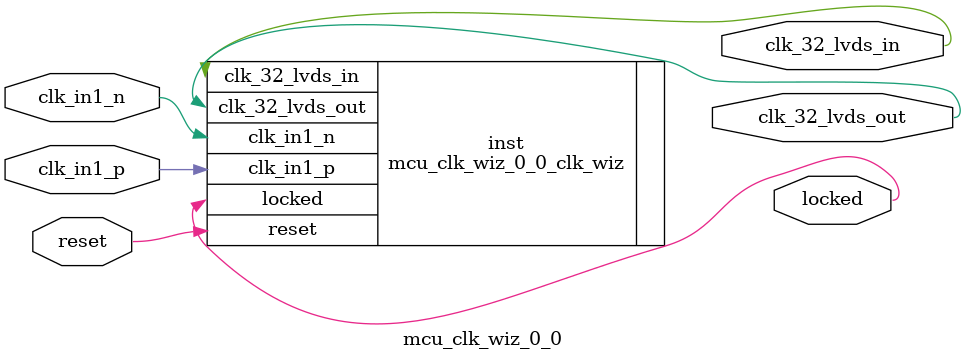
<source format=v>


`timescale 1ps/1ps

(* CORE_GENERATION_INFO = "mcu_clk_wiz_0_0,clk_wiz_v6_0_2_0_0,{component_name=mcu_clk_wiz_0_0,use_phase_alignment=true,use_min_o_jitter=false,use_max_i_jitter=false,use_dyn_phase_shift=false,use_inclk_switchover=false,use_dyn_reconfig=false,enable_axi=0,feedback_source=FDBK_AUTO,PRIMITIVE=MMCM,num_out_clk=2,clkin1_period=31.250,clkin2_period=10.0,use_power_down=false,use_reset=true,use_locked=true,use_inclk_stopped=false,feedback_type=SINGLE,CLOCK_MGR_TYPE=NA,manual_override=false}" *)

module mcu_clk_wiz_0_0 
 (
  // Clock out ports
  output        clk_32_lvds_in,
  output        clk_32_lvds_out,
  // Status and control signals
  input         reset,
  output        locked,
 // Clock in ports
  input         clk_in1_p,
  input         clk_in1_n
 );

  mcu_clk_wiz_0_0_clk_wiz inst
  (
  // Clock out ports  
  .clk_32_lvds_in(clk_32_lvds_in),
  .clk_32_lvds_out(clk_32_lvds_out),
  // Status and control signals               
  .reset(reset), 
  .locked(locked),
 // Clock in ports
  .clk_in1_p(clk_in1_p),
  .clk_in1_n(clk_in1_n)
  );

endmodule

</source>
